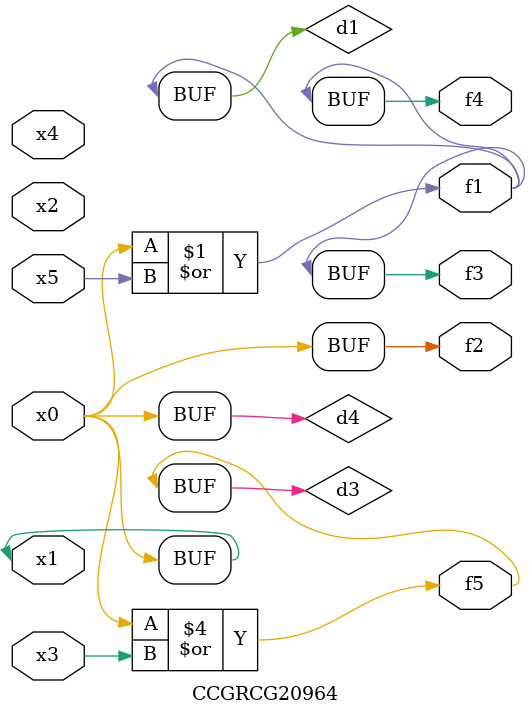
<source format=v>
module CCGRCG20964(
	input x0, x1, x2, x3, x4, x5,
	output f1, f2, f3, f4, f5
);

	wire d1, d2, d3, d4;

	or (d1, x0, x5);
	xnor (d2, x1, x4);
	or (d3, x0, x3);
	buf (d4, x0, x1);
	assign f1 = d1;
	assign f2 = d4;
	assign f3 = d1;
	assign f4 = d1;
	assign f5 = d3;
endmodule

</source>
